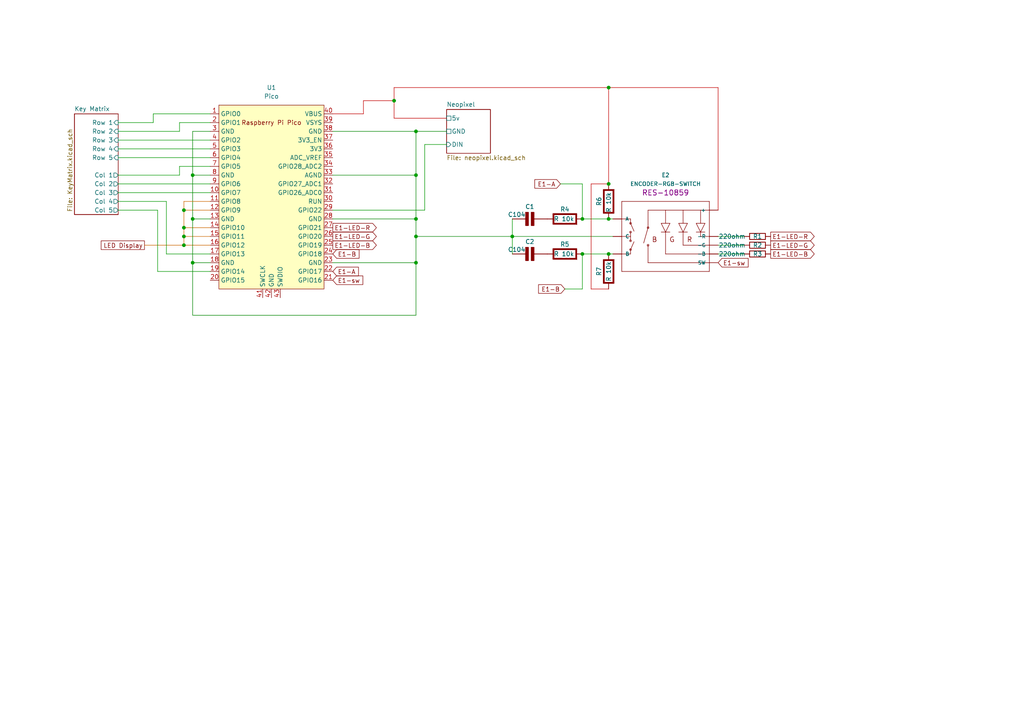
<source format=kicad_sch>
(kicad_sch (version 20250114) (generator "eeschema") (generator_version "9.0")
  (paper "A4")
  (lib_symbols
    (symbol "MCU_RaspberryPi_and_Boards:Pico"
      (property "Reference" "U" (at -13.97 27.94 0))
      (property "Value" "Pico" (at 0 19.05 0))
      (symbol "Pico_0_0"
        (text "Raspberry Pi Pico" (at 0 21.59 0) (effects (font (size 1.27 1.27))))
      )
      (symbol "Pico_0_1"
        (rectangle (start -15.24 26.67) (end 15.24 -26.67) (fill (type background)))
      )
      (symbol "Pico_1_1"
        (pin bidirectional line (at -17.78 24.13 0) (length 2.54) (name "GPIO0") (number "1"))
        (pin bidirectional line (at -17.78 21.59 0) (length 2.54) (name "GPIO1") (number "2"))
        (pin power_in line (at -17.78 19.05 0) (length 2.54) (name "GND") (number "3"))
        (pin bidirectional line (at -17.78 16.51 0) (length 2.54) (name "GPIO2") (number "4"))
        (pin bidirectional line (at -17.78 13.97 0) (length 2.54) (name "GPIO3") (number "5"))
        (pin bidirectional line (at -17.78 11.43 0) (length 2.54) (name "GPIO4") (number "6"))
        (pin bidirectional line (at -17.78 8.89 0) (length 2.54) (name "GPIO5") (number "7"))
        (pin power_in line (at -17.78 6.35 0) (length 2.54) (name "GND") (number "8"))
        (pin bidirectional line (at -17.78 3.81 0) (length 2.54) (name "GPIO6") (number "9"))
        (pin bidirectional line (at -17.78 1.27 0) (length 2.54) (name "GPIO7") (number "10"))
        (pin bidirectional line (at -17.78 -1.27 0) (length 2.54) (name "GPIO8") (number "11"))
        (pin bidirectional line (at -17.78 -3.81 0) (length 2.54) (name "GPIO9") (number "12"))
        (pin power_in line (at -17.78 -6.35 0) (length 2.54) (name "GND") (number "13"))
        (pin bidirectional line (at -17.78 -8.89 0) (length 2.54) (name "GPIO10") (number "14"))
        (pin bidirectional line (at -17.78 -11.43 0) (length 2.54) (name "GPIO11") (number "15"))
        (pin bidirectional line (at -17.78 -13.97 0) (length 2.54) (name "GPIO12") (number "16"))
        (pin bidirectional line (at -17.78 -16.51 0) (length 2.54) (name "GPIO13") (number "17"))
        (pin power_in line (at -17.78 -19.05 0) (length 2.54) (name "GND") (number "18"))
        (pin bidirectional line (at -17.78 -21.59 0) (length 2.54) (name "GPIO14") (number "19"))
        (pin bidirectional line (at -17.78 -24.13 0) (length 2.54) (name "GPIO15") (number "20"))
        (pin input line (at -2.54 -29.21 90) (length 2.54) (name "SWCLK") (number "41"))
        (pin power_in line (at 0 -29.21 90) (length 2.54) (name "GND") (number "42"))
        (pin bidirectional line (at 2.54 -29.21 90) (length 2.54) (name "SWDIO") (number "43"))
        (pin power_in line (at 17.78 24.13 180) (length 2.54) (name "VBUS") (number "40"))
        (pin power_in line (at 17.78 21.59 180) (length 2.54) (name "VSYS") (number "39"))
        (pin bidirectional line (at 17.78 19.05 180) (length 2.54) (name "GND") (number "38"))
        (pin input line (at 17.78 16.51 180) (length 2.54) (name "3V3_EN") (number "37"))
        (pin power_in line (at 17.78 13.97 180) (length 2.54) (name "3V3") (number "36"))
        (pin power_in line (at 17.78 11.43 180) (length 2.54) (name "ADC_VREF") (number "35"))
        (pin bidirectional line (at 17.78 8.89 180) (length 2.54) (name "GPIO28_ADC2") (number "34"))
        (pin power_in line (at 17.78 6.35 180) (length 2.54) (name "AGND") (number "33"))
        (pin bidirectional line (at 17.78 3.81 180) (length 2.54) (name "GPIO27_ADC1") (number "32"))
        (pin bidirectional line (at 17.78 1.27 180) (length 2.54) (name "GPIO26_ADC0") (number "31"))
        (pin input line (at 17.78 -1.27 180) (length 2.54) (name "RUN") (number "30"))
        (pin bidirectional line (at 17.78 -3.81 180) (length 2.54) (name "GPIO22") (number "29"))
        (pin power_in line (at 17.78 -6.35 180) (length 2.54) (name "GND") (number "28"))
        (pin bidirectional line (at 17.78 -8.89 180) (length 2.54) (name "GPIO21") (number "27"))
        (pin bidirectional line (at 17.78 -11.43 180) (length 2.54) (name "GPIO20") (number "26"))
        (pin bidirectional line (at 17.78 -13.97 180) (length 2.54) (name "GPIO19") (number "25"))
        (pin bidirectional line (at 17.78 -16.51 180) (length 2.54) (name "GPIO18") (number "24"))
        (pin power_in line (at 17.78 -19.05 180) (length 2.54) (name "GND") (number "23"))
        (pin bidirectional line (at 17.78 -21.59 180) (length 2.54) (name "GPIO17") (number "22"))
        (pin bidirectional line (at 17.78 -24.13 180) (length 2.54) (name "GPIO16") (number "21"))
      )
    )
    (symbol "PCM_Elektuur:C" (pin_numbers (hide yes)) (pin_names (offset 0) (hide yes))
      (property "Reference" "C" (at 0.635 3.175 0))
      (property "Value" "C" (at 0.635 -3.175 0))
      (symbol "C_1_1"
        (rectangle (start -1.905 1.1938) (end 1.905 0.4318) (stroke (width 0.254)) (fill (type outline)))
        (rectangle (start -1.905 -0.4318) (end 1.905 -1.1938) (stroke (width 0.254)) (fill (type outline)))
        (pin passive line (at 0 5.08 270) (length 3.8862) (name "+") (number "1"))
        (pin passive line (at 0 -5.08 90) (length 3.8862) (name "-") (number "2"))
      )
      (symbol "C_1_2"
        (polyline (pts (xy -1.905 0.4318) (xy 1.905 0.4318) (xy 1.905 1.4986) (xy -1.905 1.4986) (xy -1.905 0.4318) (xy -1.8034 0.5334) (xy -1.8034 1.397) (xy 1.8034 1.397) (xy 1.8034 0.5334) (xy -1.8034 0.5334) (xy -1.905 0.4318)) (stroke (width 0.254)) (fill (type outline)))
        (polyline (pts (xy -1.905 -1.4986) (xy 1.905 -1.4986) (xy 1.905 -0.4318) (xy -1.905 -0.4318) (xy -1.905 -1.4986) (xy -1.8034 -1.397) (xy -1.8034 -0.5334) (xy 1.8034 -0.5334) (xy 1.8034 -1.397) (xy -1.8034 -1.397) (xy -1.905 -1.4986)) (stroke (width 0.254)) (fill (type outline)))
        (pin passive line (at 0 5.08 270) (length 3.5814) (name "+") (number "1"))
        (pin passive line (at 0 -5.08 90) (length 3.5814) (name "-") (number "2"))
      )
    )
    (symbol "PCM_Elektuur:R" (pin_numbers (hide yes)) (pin_names (offset 0) (hide yes))
      (property "Reference" "R" (at 2.54 3.175 0))
      (property "Value" "R" (at 0 0 90))
      (symbol "R_1_1"
        (polyline (pts (xy -1.524 -3.429) (xy 1.524 -3.429) (xy 1.524 3.429) (xy -1.524 3.429) (xy -1.524 -3.429) (xy -1.27 -3.175) (xy -1.27 3.175) (xy 1.27 3.175) (xy 1.27 -3.175) (xy -1.27 -3.175) (xy -1.524 -3.429)) (stroke (width 0.254)) (fill (type outline)))
        (pin passive line (at 0 5.08 270) (length 1.651) (name "+") (number "1"))
        (pin passive line (at 0 -5.08 90) (length 1.651) (name "-") (number "2"))
      )
      (symbol "R_1_2"
        (polyline (pts (xy -0.508 -3.429) (xy 1.524 -3.429) (xy 1.524 3.429) (xy -0.508 3.429) (xy -0.508 3.175) (xy 1.27 3.175) (xy 1.27 -3.175) (xy -0.508 -3.175) (xy -0.508 -3.429)) (stroke (width 0.254)) (fill (type outline)))
        (pin passive line (at 0 5.08 270) (length 1.651) (name "+") (number "1"))
        (pin passive line (at 0 -5.08 90) (length 1.651) (name "-") (number "2"))
      )
      (symbol "R_1_3"
        (polyline (pts (xy 0 3.4798) (xy 0 3.2004) (xy 0.7112 2.794) (xy -1.1938 1.6764) (xy 0.7112 0.5588) (xy -1.1938 -0.5588) (xy 0.7112 -1.6764) (xy -1.1938 -2.794) (xy 0 -3.4798) (xy 0 -3.2004) (xy -0.7112 -2.794) (xy 1.1938 -1.6764) (xy -0.7112 -0.5588) (xy 1.1938 0.5588) (xy -0.7112 1.6764) (xy 1.1938 2.794) (xy 0 3.4798)) (stroke (width 0.254)) (fill (type outline)))
        (pin passive line (at 0 5.08 270) (length 1.6002) (name "+") (number "1"))
        (pin passive line (at 0 -5.08 90) (length 1.6002) (name "-") (number "2"))
      )
      (symbol "R_1_4"
        (polyline (pts (xy 0 4.5466) (xy 0 4.2672) (xy 0.0508 4.2418) (xy 1.016 3.683) (xy -1.524 2.2098) (xy 1.016 0.7366) (xy -1.524 -0.7366) (xy 1.016 -2.2098) (xy -1.524 -3.683) (xy -0.0762 -4.5212) (xy 0 -4.5466) (xy 0 -4.2672) (xy -0.0508 -4.2418) (xy -1.016 -3.683) (xy 1.524 -2.2098) (xy -1.016 -0.7366) (xy 1.524 0.7366) (xy -1.016 2.2098) (xy 1.524 3.683) (xy 0.0762 4.5212) (xy 0 4.5466)) (stroke (width 0.254)) (fill (type outline)))
        (pin passive line (at 0 5.08 270) (length 0.5334) (name "+") (number "1"))
        (pin passive line (at 0 -5.08 90) (length 0.5334) (name "-") (number "2"))
      )
    )
    (symbol "PCM_SL_Resistors:220ohm"
      (property "Reference" "R" (at 0 5.08 0))
      (property "Value" "220ohm" (at 0 2.54 0))
      (symbol "220ohm_0_1"
        (rectangle (start -2.286 0.889) (end 2.286 -0.889) (stroke (width 0.24)))
      )
      (symbol "220ohm_1_1"
        (pin passive line (at -3.81 0 0) (length 1.5) (name "") (number "1"))
        (pin passive line (at 3.81 0 180) (length 1.5) (name "~") (number "2"))
      )
    )
    (symbol "SparkFun-Switches:ENCODER-RGB-SWITCH" (pin_numbers (hide yes)) (pin_names (offset 1.016))
      (property "Reference" "S" (at -12.7 11.43 0))
      (property "Value" "ENCODER-RGB-SWITCH" (at -12.7 -12.7 0))
      (property "Field4" "RES-10859" (at 0 15.24 0))
      (symbol "ENCODER-RGB-SWITCH_1_0"
        (polyline (pts (xy -12.7 10.16) (xy -12.7 5.08)))
        (polyline (pts (xy -12.7 5.08) (xy -12.7 0)))
        (polyline (pts (xy -12.7 5.08) (xy -10.16 5.08)))
        (polyline (pts (xy -12.7 0) (xy -12.7 -5.08)))
        (polyline (pts (xy -12.7 -5.08) (xy -12.7 -10.16)))
        (polyline (pts (xy -12.7 -10.16) (xy 12.7 -10.16)))
        (polyline (pts (xy -10.16 5.08) (xy -10.16 3.81)))
        (polyline (pts (xy -10.16 3.81) (xy -9.144 1.524)))
        (polyline (pts (xy -10.16 0) (xy -12.7 0)))
        (polyline (pts (xy -10.16 0) (xy -10.16 1.27)))
        (polyline (pts (xy -10.16 0) (xy -10.16 -1.27)))
        (polyline (pts (xy -10.16 -3.81) (xy -9.144 -1.524)))
        (polyline (pts (xy -10.16 -5.08) (xy -12.7 -5.08)))
        (polyline (pts (xy -10.16 -5.08) (xy -10.16 -3.81)))
        (polyline (pts (xy -5.08 7.62) (xy -5.08 2.54)))
        (polyline (pts (xy -5.08 7.62) (xy 0 7.62)))
        (polyline (pts (xy -5.08 2.54) (xy -6.35 -1.905)))
        (polyline (pts (xy -5.08 -7.62) (xy -5.08 -2.54)))
        (polyline (pts (xy -5.08 -7.62) (xy 12.7 -7.62)))
        (polyline (pts (xy -1.27 3.81) (xy 0 3.81)))
        (polyline (pts (xy -1.27 3.81) (xy 0 1.27)))
        (polyline (pts (xy -1.27 1.27) (xy 0 1.27)))
        (polyline (pts (xy 0 7.62) (xy 0 3.81)))
        (polyline (pts (xy 0 7.62) (xy 5.08 7.62)))
        (polyline (pts (xy 0 3.81) (xy 1.27 3.81)))
        (polyline (pts (xy 0 1.27) (xy 1.27 3.81)))
        (polyline (pts (xy 0 1.27) (xy 1.27 1.27)))
        (polyline (pts (xy 0 -5.08) (xy 0 1.27)))
        (polyline (pts (xy 0 -5.08) (xy 12.7 -5.08)))
        (polyline (pts (xy 3.81 3.81) (xy 5.08 3.81)))
        (polyline (pts (xy 3.81 3.81) (xy 5.08 1.27)))
        (polyline (pts (xy 3.81 1.27) (xy 5.08 1.27)))
        (polyline (pts (xy 5.08 7.62) (xy 5.08 3.81)))
        (polyline (pts (xy 5.08 7.62) (xy 10.16 7.62)))
        (polyline (pts (xy 5.08 3.81) (xy 6.35 3.81)))
        (polyline (pts (xy 5.08 1.27) (xy 6.35 3.81)))
        (polyline (pts (xy 5.08 1.27) (xy 6.35 1.27)))
        (polyline (pts (xy 5.08 -2.54) (xy 5.08 1.27)))
        (polyline (pts (xy 5.08 -2.54) (xy 12.7 -2.54)))
        (polyline (pts (xy 8.89 3.81) (xy 10.16 3.81)))
        (polyline (pts (xy 8.89 3.81) (xy 10.16 1.27)))
        (polyline (pts (xy 8.89 1.27) (xy 10.16 1.27)))
        (polyline (pts (xy 10.16 7.62) (xy 10.16 3.81)))
        (polyline (pts (xy 10.16 7.62) (xy 12.7 7.62)))
        (polyline (pts (xy 10.16 3.81) (xy 11.43 3.81)))
        (polyline (pts (xy 10.16 1.27) (xy 11.43 3.81)))
        (polyline (pts (xy 10.16 1.27) (xy 11.43 1.27)))
        (polyline (pts (xy 10.16 0) (xy 10.16 1.27)))
        (polyline (pts (xy 10.16 0) (xy 12.7 0)))
        (polyline (pts (xy 12.7 10.16) (xy -12.7 10.16)))
        (polyline (pts (xy 12.7 10.16) (xy 12.7 -10.16)))
        (text "B" (at -3.2004 -0.889 0) (effects (font (size 1.4224 1.4224))))
        (text "G" (at 1.8796 -0.889 0) (effects (font (size 1.4224 1.4224))))
        (text "R" (at 6.9596 -0.889 0) (effects (font (size 1.4224 1.4224))))
      )
      (symbol "ENCODER-RGB-SWITCH_1_1"
        (circle (center -10.16 3.81) (radius 0.254))
        (circle (center -10.16 1.27) (radius 0.254))
        (circle (center -10.16 -1.27) (radius 0.254))
        (circle (center -10.16 -3.81) (radius 0.254))
        (circle (center -5.08 2.54) (radius 0.254))
        (circle (center -5.08 -2.54) (radius 0.254))
        (pin bidirectional line (at -15.24 5.08 0) (length 2.54) (name "A") (number "A"))
        (pin bidirectional line (at -15.24 0 0) (length 2.54) (name "C") (number "C"))
        (pin bidirectional line (at -15.24 -5.08 0) (length 2.54) (name "B") (number "B"))
        (pin passive line (at 15.24 7.62 180) (length 2.54) (name "+") (number "5"))
        (pin passive line (at 15.24 0 180) (length 2.54) (name "-R") (number "1"))
        (pin passive line (at 15.24 -2.54 180) (length 2.54) (name "-G") (number "2"))
        (pin passive line (at 15.24 -5.08 180) (length 2.54) (name "-B") (number "4"))
        (pin passive line (at 15.24 -7.62 180) (length 2.54) (name "SW") (number "3"))
      )
    )
  )
  (junction (at 168.91 63.5))
  (junction (at 53.34 71.12))
  (junction (at 120.65 38.1))
  (junction (at 120.65 76.2))
  (junction (at 120.65 68.58))
  (junction (at 176.53 25.4))
  (junction (at 148.59 68.58))
  (junction (at 114.3 29.21))
  (junction (at 53.34 66.04))
  (junction (at 55.88 76.2))
  (junction (at 53.34 60.96))
  (junction (at 176.53 63.5))
  (junction (at 55.88 50.8))
  (junction (at 53.34 68.58))
  (junction (at 176.53 73.66))
  (junction (at 176.53 53.34))
  (junction (at 120.65 63.5))
  (junction (at 120.65 50.8))
  (junction (at 168.91 73.66))
  (junction (at 55.88 63.5))
  (wire (pts (xy 41.91 71.12) (xy 53.34 71.12)) (stroke (width 0) (color 204 102 0 1)))
  (wire (pts (xy 120.65 50.8) (xy 96.52 50.8)) (stroke (width 0) (color 0 132 0 1)))
  (wire (pts (xy 176.53 73.66) (xy 177.8 73.66)))
  (wire (pts (xy 120.65 76.2) (xy 120.65 91.44)) (stroke (width 0) (color 0 132 0 1)))
  (wire (pts (xy 114.3 25.4) (xy 176.53 25.4)) (stroke (width 0) (color 194 0 0 1)))
  (wire (pts (xy 52.07 50.8) (xy 52.07 48.26)))
  (wire (pts (xy 44.45 35.56) (xy 44.45 33.02)))
  (wire (pts (xy 215.9 68.58) (xy 208.28 68.58)))
  (wire (pts (xy 44.45 33.02) (xy 60.96 33.02)))
  (wire (pts (xy 176.53 25.4) (xy 176.53 53.34)) (stroke (width 0) (color 194 0 0 1)))
  (wire (pts (xy 148.59 63.5) (xy 148.59 68.58)))
  (wire (pts (xy 53.34 66.04) (xy 60.96 66.04)) (stroke (width 0) (color 204 102 0 1)))
  (wire (pts (xy 120.65 38.1) (xy 129.54 38.1)) (stroke (width 0) (color 0 132 0 1)))
  (wire (pts (xy 55.88 76.2) (xy 55.88 63.5)) (stroke (width 0) (color 0 132 0 1)))
  (wire (pts (xy 168.91 83.82) (xy 168.91 73.66)))
  (wire (pts (xy 168.91 73.66) (xy 176.53 73.66)))
  (wire (pts (xy 120.65 63.5) (xy 120.65 68.58)) (stroke (width 0) (color 0 132 0 1)))
  (wire (pts (xy 171.45 53.34) (xy 171.45 83.82)) (stroke (width 0) (color 194 0 0 1)))
  (wire (pts (xy 96.52 38.1) (xy 120.65 38.1)) (stroke (width 0) (color 0 132 0 1)))
  (wire (pts (xy 55.88 38.1) (xy 60.96 38.1)) (stroke (width 0) (color 0 132 0 1)))
  (wire (pts (xy 48.26 73.66) (xy 60.96 73.66)))
  (wire (pts (xy 52.07 48.26) (xy 60.96 48.26)))
  (wire (pts (xy 105.41 29.21) (xy 114.3 29.21)) (stroke (width 0) (color 194 0 0 1)))
  (wire (pts (xy 60.96 71.12) (xy 53.34 71.12)) (stroke (width 0) (color 204 102 0 1)))
  (wire (pts (xy 120.65 91.44) (xy 55.88 91.44)) (stroke (width 0) (color 0 132 0 1)))
  (wire (pts (xy 55.88 50.8) (xy 55.88 38.1)) (stroke (width 0) (color 0 132 0 1)))
  (wire (pts (xy 52.07 38.1) (xy 34.29 38.1)))
  (wire (pts (xy 48.26 58.42) (xy 48.26 73.66)))
  (wire (pts (xy 176.53 25.4) (xy 208.28 25.4)) (stroke (width 0) (color 194 0 0 1)))
  (wire (pts (xy 53.34 66.04) (xy 53.34 60.96)) (stroke (width 0) (color 204 102 0 1)))
  (wire (pts (xy 60.96 35.56) (xy 52.07 35.56)))
  (wire (pts (xy 215.9 73.66) (xy 208.28 73.66)))
  (wire (pts (xy 123.19 60.96) (xy 96.52 60.96)))
  (wire (pts (xy 208.28 25.4) (xy 208.28 60.96)) (stroke (width 0) (color 194 0 0 1)))
  (wire (pts (xy 114.3 29.21) (xy 114.3 34.29)) (stroke (width 0) (color 194 0 0 1)))
  (wire (pts (xy 55.88 50.8) (xy 60.96 50.8)) (stroke (width 0) (color 0 132 0 1)))
  (wire (pts (xy 114.3 34.29) (xy 129.54 34.29)) (stroke (width 0) (color 194 0 0 1)))
  (wire (pts (xy 163.83 83.82) (xy 168.91 83.82)))
  (wire (pts (xy 120.65 76.2) (xy 96.52 76.2)) (stroke (width 0) (color 0 132 0 1)))
  (wire (pts (xy 45.72 78.74) (xy 60.96 78.74)))
  (wire (pts (xy 53.34 58.42) (xy 60.96 58.42)) (stroke (width 0) (color 204 102 0 1)))
  (wire (pts (xy 34.29 53.34) (xy 60.96 53.34)))
  (wire (pts (xy 34.29 40.64) (xy 60.96 40.64)))
  (wire (pts (xy 34.29 58.42) (xy 48.26 58.42)))
  (wire (pts (xy 123.19 41.91) (xy 123.19 60.96)))
  (wire (pts (xy 168.91 53.34) (xy 168.91 63.5)))
  (wire (pts (xy 96.52 63.5) (xy 120.65 63.5)) (stroke (width 0) (color 0 132 0 1)))
  (wire (pts (xy 34.29 35.56) (xy 44.45 35.56)))
  (wire (pts (xy 60.96 68.58) (xy 53.34 68.58)) (stroke (width 0) (color 204 102 0 1)))
  (wire (pts (xy 120.65 50.8) (xy 120.65 63.5)) (stroke (width 0) (color 0 132 0 1)))
  (wire (pts (xy 171.45 83.82) (xy 176.53 83.82)) (stroke (width 0) (color 194 0 0 1)))
  (wire (pts (xy 105.41 29.21) (xy 105.41 33.02)) (stroke (width 0) (color 194 0 0 1)))
  (wire (pts (xy 53.34 71.12) (xy 53.34 68.58)) (stroke (width 0) (color 204 102 0 1)))
  (wire (pts (xy 34.29 45.72) (xy 60.96 45.72)))
  (wire (pts (xy 34.29 55.88) (xy 60.96 55.88)))
  (wire (pts (xy 120.65 68.58) (xy 148.59 68.58)) (stroke (width 0) (color 0 132 0 1)))
  (wire (pts (xy 168.91 63.5) (xy 176.53 63.5)))
  (wire (pts (xy 176.53 53.34) (xy 171.45 53.34)) (stroke (width 0) (color 194 0 0 1)))
  (wire (pts (xy 120.65 38.1) (xy 120.65 50.8)) (stroke (width 0) (color 0 132 0 1)))
  (wire (pts (xy 55.88 76.2) (xy 60.96 76.2)) (stroke (width 0) (color 0 132 0 1)))
  (wire (pts (xy 114.3 25.4) (xy 114.3 29.21)) (stroke (width 0) (color 194 0 0 1)))
  (wire (pts (xy 177.8 68.58) (xy 148.59 68.58)) (stroke (width 0) (color 0 132 0 1)))
  (wire (pts (xy 55.88 63.5) (xy 60.96 63.5)) (stroke (width 0) (color 0 132 0 1)))
  (wire (pts (xy 105.41 33.02) (xy 96.52 33.02)) (stroke (width 0) (color 194 0 0 1)))
  (wire (pts (xy 162.56 53.34) (xy 168.91 53.34)))
  (wire (pts (xy 34.29 60.96) (xy 45.72 60.96)))
  (wire (pts (xy 55.88 91.44) (xy 55.88 76.2)) (stroke (width 0) (color 0 132 0 1)))
  (wire (pts (xy 34.29 50.8) (xy 52.07 50.8)))
  (wire (pts (xy 129.54 41.91) (xy 123.19 41.91)))
  (wire (pts (xy 34.29 43.18) (xy 60.96 43.18)))
  (wire (pts (xy 215.9 71.12) (xy 208.28 71.12)))
  (wire (pts (xy 148.59 68.58) (xy 148.59 73.66)))
  (wire (pts (xy 52.07 35.56) (xy 52.07 38.1)))
  (wire (pts (xy 53.34 66.04) (xy 53.34 68.58)) (stroke (width 0) (color 204 102 0 1)))
  (wire (pts (xy 53.34 60.96) (xy 53.34 58.42)) (stroke (width 0) (color 204 102 0 1)))
  (wire (pts (xy 55.88 63.5) (xy 55.88 50.8)) (stroke (width 0) (color 0 132 0 1)))
  (wire (pts (xy 120.65 68.58) (xy 120.65 76.2)) (stroke (width 0) (color 0 132 0 1)))
  (wire (pts (xy 53.34 60.96) (xy 60.96 60.96)) (stroke (width 0) (color 204 102 0 1)))
  (wire (pts (xy 176.53 63.5) (xy 177.8 63.5)))
  (wire (pts (xy 45.72 60.96) (xy 45.72 78.74)))
  (global_label "E1-sw" (shape input) (at 208.28 76.2 0) (property "Intersheetrefs" "${INTERSHEET_REFS}" (effects (hide yes))))
  (global_label "E1-B" (shape input) (at 163.83 83.82 180) (property "Intersheetrefs" "${INTERSHEET_REFS}" (effects (hide yes))))
  (global_label "LED Display" (shape passive) (at 41.91 71.12 180) (property "Intersheetrefs" "${INTERSHEET_REFS}" (effects (hide yes))))
  (global_label "E1-A" (shape input) (at 162.56 53.34 180) (property "Intersheetrefs" "${INTERSHEET_REFS}" (effects (hide yes))))
  (global_label "E1-LED-B" (shape output) (at 223.52 73.66 0) (property "Intersheetrefs" "${INTERSHEET_REFS}" (effects (hide yes))))
  (global_label "E1-LED-R" (shape output) (at 96.52 66.04 0) (property "Intersheetrefs" "${INTERSHEET_REFS}" (effects (hide yes))))
  (global_label "E1-sw" (shape input) (at 96.52 81.28 0) (property "Intersheetrefs" "${INTERSHEET_REFS}" (effects (hide yes))))
  (global_label "E1-LED-G" (shape output) (at 223.52 71.12 0) (property "Intersheetrefs" "${INTERSHEET_REFS}" (effects (hide yes))))
  (global_label "E1-LED-R" (shape output) (at 223.52 68.58 0) (property "Intersheetrefs" "${INTERSHEET_REFS}" (effects (hide yes))))
  (global_label "E1-LED-B" (shape output) (at 96.52 71.12 0) (property "Intersheetrefs" "${INTERSHEET_REFS}" (effects (hide yes))))
  (global_label "E1-A" (shape input) (at 96.52 78.74 0) (property "Intersheetrefs" "${INTERSHEET_REFS}" (effects (hide yes))))
  (global_label "E1-B" (shape input) (at 96.52 73.66 0) (property "Intersheetrefs" "${INTERSHEET_REFS}" (effects (hide yes))))
  (global_label "E1-LED-G" (shape output) (at 96.52 68.58 0) (property "Intersheetrefs" "${INTERSHEET_REFS}" (effects (hide yes))))
  (symbol (lib_id "PCM_SL_Resistors:220ohm") (at 219.71 73.66 0) (unit 1)
    (property "Reference" "R3" (at 219.71 73.66 0))
    (property "Value" "220ohm" (at 212.344 73.66 0))
    (property "Footprint" "PCM_Resistor_SMD_AKL:R_1206_3216Metric" (effects (hide yes)))
    (property "Description" "220Ω, 1/4W Resistor" (effects (hide yes)))
  )
  (symbol (lib_id "PCM_Elektuur:R") (at 176.53 58.42 180) (unit 1)
    (property "Reference" "R6" (at 173.736 58.42 90))
    (property "Value" "R 10k" (at 176.53 58.674 90))
    (property "Description" "resistor" (effects (hide yes)))
    (property "Indicator" "+" (effects (hide yes)))
    (property "Rating" "W" (effects (hide yes)))
  )
  (symbol (lib_id "MCU_RaspberryPi_and_Boards:Pico") (at 78.74 57.15 0) (unit 1)
    (property "Reference" "U1" (at 78.74 25.4 0))
    (property "Value" "Pico" (at 78.74 27.94 0))
    (property "Footprint" "PCM_SL_Development_Boards:raspberry_pi_pico_THT" (effects (hide yes)))
  )
  (symbol (lib_id "PCM_Elektuur:R") (at 176.53 78.74 180) (unit 1)
    (property "Reference" "R7" (at 173.736 78.74 90))
    (property "Value" "R 10k" (at 176.53 78.74 90))
    (property "Description" "resistor" (effects (hide yes)))
    (property "Indicator" "+" (effects (hide yes)))
    (property "Rating" "W" (effects (hide yes)))
  )
  (symbol (lib_id "PCM_Elektuur:C") (at 153.67 63.5 90) (unit 1)
    (property "Reference" "C1" (at 153.67 59.944 90))
    (property "Value" "C104" (at 149.86 62.23 90))
    (property "Description" "capacitor, non-polarized/bipolar" (effects (hide yes)))
    (property "Indicator" "+" (effects (hide yes)))
    (property "Rating" "V" (effects (hide yes)))
  )
  (symbol (lib_id "PCM_SL_Resistors:220ohm") (at 219.71 68.58 0) (unit 1)
    (property "Reference" "R1" (at 219.71 68.58 0))
    (property "Value" "220ohm" (at 212.344 68.58 0))
    (property "Footprint" "PCM_Resistor_SMD_AKL:R_1206_3216Metric" (effects (hide yes)))
    (property "Description" "220Ω, 1/4W Resistor" (effects (hide yes)))
  )
  (symbol (lib_id "PCM_Elektuur:C") (at 153.67 73.66 90) (unit 1)
    (property "Reference" "C2" (at 153.67 70.104 90))
    (property "Value" "C104" (at 149.86 72.39 90))
    (property "Description" "capacitor, non-polarized/bipolar" (effects (hide yes)))
    (property "Indicator" "+" (effects (hide yes)))
    (property "Rating" "V" (effects (hide yes)))
  )
  (symbol (lib_id "SparkFun-Switches:ENCODER-RGB-SWITCH") (at 193.04 68.58 0) (unit 1)
    (property "Reference" "E2" (at 193.04 50.8 0) (effects (font (size 1.143 1.143))))
    (property "Value" "ENCODER-RGB-SWITCH" (at 193.04 53.34 0) (effects (font (size 1.143 1.143))))
    (property "Footprint" "Custom:Led Encoder" (effects (hide yes)))
    (property "Description" "Illuminated Rotary Encoder w/ RGB LED and select switch Encoders rotate similarly to potentiometers, but they re different from potentiometers in that an encoder has full rotation without limits. They output gray code so that you can tell how much and in which direction the encoder has been turned. This encoder includes an RGB LED and a push-down select switch. Part #: Top Up <a href=\"http://top-up.so-buy.com/front/bin/ptdetail.phtml?Part=EC12PLRGBSDVBF-D\">EC12PLRGBSDVBF-D</a> <h4>SparkFun Products</h4><ul><li><a href=\"https://www.sparkfun.com/products/10982\">Rotary Encoder - Illuminated (RGB)</a> (COM-10982)</li></ul>" (effects (hide yes)))
    (property "Field4" "RES-10859" (at 193.04 55.88 0) (effects (font (size 1.524 1.524))))
  )
  (symbol (lib_id "PCM_Elektuur:R") (at 163.83 63.5 90) (unit 1)
    (property "Reference" "R4" (at 163.83 60.706 90))
    (property "Value" "R 10k" (at 163.576 63.5 90))
    (property "Description" "resistor" (effects (hide yes)))
    (property "Indicator" "+" (effects (hide yes)))
    (property "Rating" "W" (effects (hide yes)))
  )
  (symbol (lib_id "PCM_SL_Resistors:220ohm") (at 219.71 71.12 0) (unit 1)
    (property "Reference" "R2" (at 219.71 71.12 0))
    (property "Value" "220ohm" (at 212.344 71.12 0))
    (property "Footprint" "PCM_Resistor_SMD_AKL:R_1206_3216Metric" (effects (hide yes)))
    (property "Description" "220Ω, 1/4W Resistor" (effects (hide yes)))
  )
  (symbol (lib_id "PCM_Elektuur:R") (at 163.83 73.66 90) (unit 1)
    (property "Reference" "R5" (at 163.83 70.866 90))
    (property "Value" "R 10k" (at 163.576 73.66 90))
    (property "Description" "resistor" (effects (hide yes)))
    (property "Indicator" "+" (effects (hide yes)))
    (property "Rating" "W" (effects (hide yes)))
  )
  (sheet (at 21.59 33.02) (size 12.7 29.21) (stroke (width 0.1524))
    (property "Sheetname" "Key Matrix" (at 21.59 32.3084 0) (effects (justify left bottom)))
    (property "Sheetfile" "KeyMatrix.kicad_sch" (at 19.558 61.468 90) (effects (justify left top)))
    (pin "Col 1" output (at 34.29 50.8 0))
    (pin "Col 4" output (at 34.29 58.42 0))
    (pin "Row 2" input (at 34.29 38.1 0))
    (pin "Row 1" input (at 34.29 35.56 0))
    (pin "Col 5" output (at 34.29 60.96 0))
    (pin "Row 3" input (at 34.29 40.64 0))
    (pin "Col 3" output (at 34.29 55.88 0))
    (pin "Col 2" output (at 34.29 53.34 0))
    (pin "Row 5" input (at 34.29 45.72 0))
    (pin "Row 4" input (at 34.29 43.18 0))
  )
  (sheet (at 129.54 31.75) (size 12.7 12.7) (stroke (width 0.1524))
    (property "Sheetname" "Neopixel" (at 129.54 31.0384 0) (effects (justify left bottom)))
    (property "Sheetfile" "neopixel.kicad_sch" (at 129.54 45.0346 0) (effects (justify left top)))
    (pin "DIN" input (at 129.54 41.91 180))
    (pin "GND" passive (at 129.54 38.1 180))
    (pin "5v" passive (at 129.54 34.29 180))
  )
)
</source>
